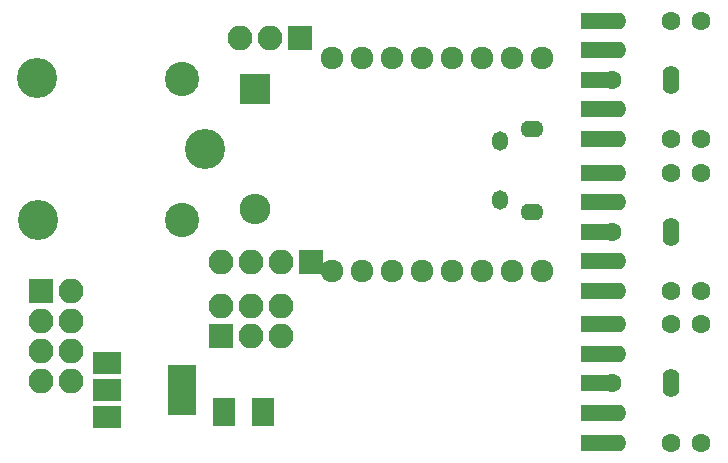
<source format=gbr>
G04 #@! TF.FileFunction,Soldermask,Bot*
%FSLAX46Y46*%
G04 Gerber Fmt 4.6, Leading zero omitted, Abs format (unit mm)*
G04 Created by KiCad (PCBNEW 4.0.6) date 08/24/17 17:14:55*
%MOMM*%
%LPD*%
G01*
G04 APERTURE LIST*
%ADD10C,0.100000*%
%ADD11C,1.924000*%
%ADD12R,2.400000X4.200000*%
%ADD13R,2.400000X1.900000*%
%ADD14O,1.350000X1.650000*%
%ADD15O,1.950000X1.400000*%
%ADD16R,1.924000X2.432000*%
%ADD17R,2.100000X2.100000*%
%ADD18O,2.100000X2.100000*%
%ADD19R,2.600000X2.600000*%
%ADD20O,2.600000X2.600000*%
%ADD21C,2.900000*%
%ADD22C,3.400000*%
%ADD23R,2.400000X1.400000*%
%ADD24C,1.600000*%
%ADD25O,2.400000X1.400000*%
%ADD26O,1.400000X2.400000*%
G04 APERTURE END LIST*
D10*
D11*
X169960000Y-121080000D03*
X167420000Y-121080000D03*
X164880000Y-121080000D03*
X162340000Y-121080000D03*
X159800000Y-121080000D03*
X157260000Y-121080000D03*
X154720000Y-121080000D03*
X152180000Y-121080000D03*
X152180000Y-103080000D03*
X154720000Y-103080000D03*
X157260000Y-103080000D03*
X159800000Y-103080000D03*
X162340000Y-103080000D03*
X164880000Y-103080000D03*
X167420000Y-103080000D03*
X169960000Y-103080000D03*
D12*
X139430000Y-131150000D03*
D13*
X133130000Y-131150000D03*
X133130000Y-128850000D03*
X133130000Y-133450000D03*
D14*
X166410000Y-115090000D03*
X166410000Y-110090000D03*
D15*
X169110000Y-116090000D03*
X169110000Y-109090000D03*
D16*
X146311000Y-132990000D03*
X143009000Y-132990000D03*
D17*
X142770000Y-126550000D03*
D18*
X142770000Y-124010000D03*
X145310000Y-126550000D03*
X145310000Y-124010000D03*
X147850000Y-126550000D03*
X147850000Y-124010000D03*
D17*
X127550000Y-122780000D03*
D18*
X130090000Y-122780000D03*
X127550000Y-125320000D03*
X130090000Y-125320000D03*
X127550000Y-127860000D03*
X130090000Y-127860000D03*
X127550000Y-130400000D03*
X130090000Y-130400000D03*
D19*
X145620000Y-105650000D03*
D20*
X145620000Y-115810000D03*
D21*
X139470000Y-116800000D03*
D22*
X127270000Y-116800000D03*
X127220000Y-104750000D03*
D21*
X139470000Y-104800000D03*
D22*
X141420000Y-110750000D03*
D17*
X149440000Y-101320000D03*
D18*
X146900000Y-101320000D03*
X144360000Y-101320000D03*
D17*
X150350000Y-120340000D03*
D18*
X147810000Y-120340000D03*
X145270000Y-120340000D03*
X142730000Y-120340000D03*
D23*
X174400000Y-130600000D03*
X174400000Y-125600000D03*
X174400000Y-128100000D03*
X174400000Y-133100000D03*
D24*
X183400000Y-135600000D03*
X183400000Y-125600000D03*
X180900000Y-135600000D03*
X180900000Y-125600000D03*
X175900000Y-130600000D03*
D25*
X175900000Y-125600000D03*
X175900000Y-128100000D03*
X175900000Y-133100000D03*
X175900000Y-135600000D03*
D26*
X180900000Y-130600000D03*
D23*
X174400000Y-135600000D03*
X174400000Y-104870000D03*
X174400000Y-99870000D03*
X174400000Y-102370000D03*
X174400000Y-107370000D03*
D24*
X183400000Y-109870000D03*
X183400000Y-99870000D03*
X180900000Y-109870000D03*
X180900000Y-99870000D03*
X175900000Y-104870000D03*
D25*
X175900000Y-99870000D03*
X175900000Y-102370000D03*
X175900000Y-107370000D03*
X175900000Y-109870000D03*
D26*
X180900000Y-104870000D03*
D23*
X174400000Y-109870000D03*
X174390000Y-117740000D03*
X174390000Y-112740000D03*
X174390000Y-115240000D03*
X174390000Y-120240000D03*
D24*
X183390000Y-122740000D03*
X183390000Y-112740000D03*
X180890000Y-122740000D03*
X180890000Y-112740000D03*
X175890000Y-117740000D03*
D25*
X175890000Y-112740000D03*
X175890000Y-115240000D03*
X175890000Y-120240000D03*
X175890000Y-122740000D03*
D26*
X180890000Y-117740000D03*
D23*
X174390000Y-122740000D03*
M02*

</source>
